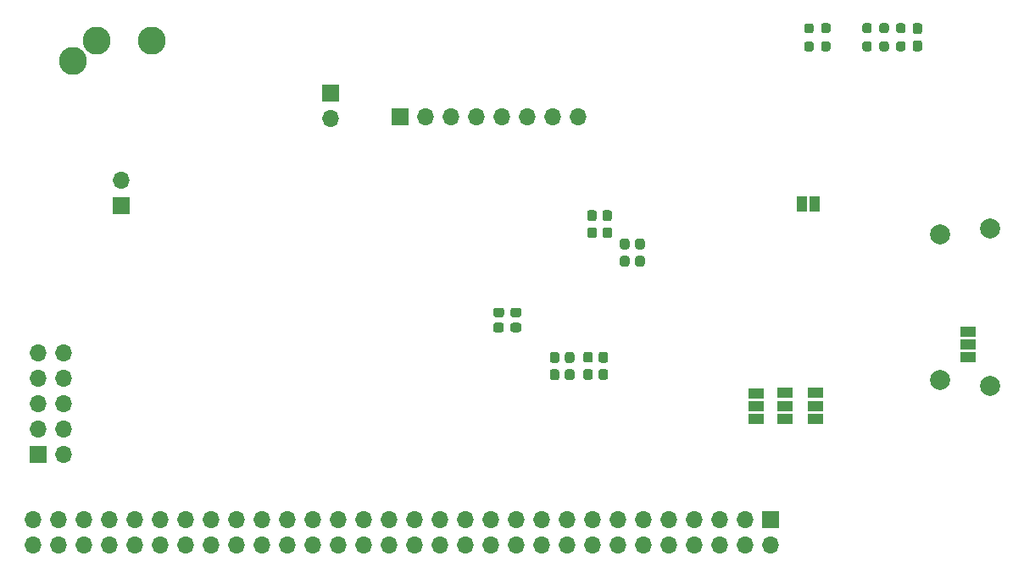
<source format=gbs>
G04 #@! TF.GenerationSoftware,KiCad,Pcbnew,(5.1.12)-1*
G04 #@! TF.CreationDate,2022-06-02T09:48:45-07:00*
G04 #@! TF.ProjectId,vera-module-rev4,76657261-2d6d-46f6-9475-6c652d726576,rev?*
G04 #@! TF.SameCoordinates,Original*
G04 #@! TF.FileFunction,Soldermask,Bot*
G04 #@! TF.FilePolarity,Negative*
%FSLAX46Y46*%
G04 Gerber Fmt 4.6, Leading zero omitted, Abs format (unit mm)*
G04 Created by KiCad (PCBNEW (5.1.12)-1) date 2022-06-02 09:48:45*
%MOMM*%
%LPD*%
G01*
G04 APERTURE LIST*
%ADD10C,2.800000*%
%ADD11R,1.500000X1.000000*%
%ADD12O,1.700000X1.700000*%
%ADD13R,1.700000X1.700000*%
%ADD14C,2.000000*%
%ADD15R,1.000000X1.500000*%
G04 APERTURE END LIST*
D10*
X113678300Y-105442000D03*
X108178300Y-105442000D03*
X105778300Y-107442000D03*
D11*
X195211700Y-135813800D03*
X195211700Y-134513800D03*
X195211700Y-137113800D03*
D12*
X101790500Y-155867100D03*
X101790500Y-153327100D03*
X104330500Y-155867100D03*
X104330500Y-153327100D03*
X106870500Y-155867100D03*
X106870500Y-153327100D03*
X109410500Y-155867100D03*
X109410500Y-153327100D03*
X111950500Y-155867100D03*
X111950500Y-153327100D03*
X114490500Y-155867100D03*
X114490500Y-153327100D03*
X117030500Y-155867100D03*
X117030500Y-153327100D03*
X119570500Y-155867100D03*
X119570500Y-153327100D03*
X122110500Y-155867100D03*
X122110500Y-153327100D03*
X124650500Y-155867100D03*
X124650500Y-153327100D03*
X127190500Y-155867100D03*
X127190500Y-153327100D03*
X129730500Y-155867100D03*
X129730500Y-153327100D03*
X132270500Y-155867100D03*
X132270500Y-153327100D03*
X134810500Y-155867100D03*
X134810500Y-153327100D03*
X137350500Y-155867100D03*
X137350500Y-153327100D03*
X139890500Y-155867100D03*
X139890500Y-153327100D03*
X142430500Y-155867100D03*
X142430500Y-153327100D03*
X144970500Y-155867100D03*
X144970500Y-153327100D03*
X147510500Y-155867100D03*
X147510500Y-153327100D03*
X150050500Y-155867100D03*
X150050500Y-153327100D03*
X152590500Y-155867100D03*
X152590500Y-153327100D03*
X155130500Y-155867100D03*
X155130500Y-153327100D03*
X157670500Y-155867100D03*
X157670500Y-153327100D03*
X160210500Y-155867100D03*
X160210500Y-153327100D03*
X162750500Y-155867100D03*
X162750500Y-153327100D03*
X165290500Y-155867100D03*
X165290500Y-153327100D03*
X167830500Y-155867100D03*
X167830500Y-153327100D03*
X170370500Y-155867100D03*
X170370500Y-153327100D03*
X172910500Y-155867100D03*
X172910500Y-153327100D03*
X175450500Y-155867100D03*
D13*
X175450500Y-153327100D03*
D12*
X156210000Y-113042700D03*
X153670000Y-113042700D03*
X151130000Y-113042700D03*
X148590000Y-113042700D03*
X146050000Y-113042700D03*
X143510000Y-113042700D03*
X140970000Y-113042700D03*
D13*
X138430000Y-113042700D03*
D12*
X110578900Y-119367300D03*
D13*
X110578900Y-121907300D03*
D14*
X197387800Y-139930000D03*
X197387800Y-124230000D03*
X192437800Y-139330000D03*
X192437800Y-124830000D03*
G36*
G01*
X180750200Y-105490200D02*
X181225200Y-105490200D01*
G75*
G02*
X181462700Y-105727700I0J-237500D01*
G01*
X181462700Y-106227700D01*
G75*
G02*
X181225200Y-106465200I-237500J0D01*
G01*
X180750200Y-106465200D01*
G75*
G02*
X180512700Y-106227700I0J237500D01*
G01*
X180512700Y-105727700D01*
G75*
G02*
X180750200Y-105490200I237500J0D01*
G01*
G37*
G36*
G01*
X180750200Y-103665200D02*
X181225200Y-103665200D01*
G75*
G02*
X181462700Y-103902700I0J-237500D01*
G01*
X181462700Y-104402700D01*
G75*
G02*
X181225200Y-104640200I-237500J0D01*
G01*
X180750200Y-104640200D01*
G75*
G02*
X180512700Y-104402700I0J237500D01*
G01*
X180512700Y-103902700D01*
G75*
G02*
X180750200Y-103665200I237500J0D01*
G01*
G37*
G36*
G01*
X188230500Y-105492100D02*
X188705500Y-105492100D01*
G75*
G02*
X188943000Y-105729600I0J-237500D01*
G01*
X188943000Y-106229600D01*
G75*
G02*
X188705500Y-106467100I-237500J0D01*
G01*
X188230500Y-106467100D01*
G75*
G02*
X187993000Y-106229600I0J237500D01*
G01*
X187993000Y-105729600D01*
G75*
G02*
X188230500Y-105492100I237500J0D01*
G01*
G37*
G36*
G01*
X188230500Y-103667100D02*
X188705500Y-103667100D01*
G75*
G02*
X188943000Y-103904600I0J-237500D01*
G01*
X188943000Y-104404600D01*
G75*
G02*
X188705500Y-104642100I-237500J0D01*
G01*
X188230500Y-104642100D01*
G75*
G02*
X187993000Y-104404600I0J237500D01*
G01*
X187993000Y-103904600D01*
G75*
G02*
X188230500Y-103667100I237500J0D01*
G01*
G37*
G36*
G01*
X179061100Y-105515600D02*
X179536100Y-105515600D01*
G75*
G02*
X179773600Y-105753100I0J-237500D01*
G01*
X179773600Y-106253100D01*
G75*
G02*
X179536100Y-106490600I-237500J0D01*
G01*
X179061100Y-106490600D01*
G75*
G02*
X178823600Y-106253100I0J237500D01*
G01*
X178823600Y-105753100D01*
G75*
G02*
X179061100Y-105515600I237500J0D01*
G01*
G37*
G36*
G01*
X179061100Y-103690600D02*
X179536100Y-103690600D01*
G75*
G02*
X179773600Y-103928100I0J-237500D01*
G01*
X179773600Y-104428100D01*
G75*
G02*
X179536100Y-104665600I-237500J0D01*
G01*
X179061100Y-104665600D01*
G75*
G02*
X178823600Y-104428100I0J237500D01*
G01*
X178823600Y-103928100D01*
G75*
G02*
X179061100Y-103690600I237500J0D01*
G01*
G37*
G36*
G01*
X184865000Y-105490200D02*
X185340000Y-105490200D01*
G75*
G02*
X185577500Y-105727700I0J-237500D01*
G01*
X185577500Y-106227700D01*
G75*
G02*
X185340000Y-106465200I-237500J0D01*
G01*
X184865000Y-106465200D01*
G75*
G02*
X184627500Y-106227700I0J237500D01*
G01*
X184627500Y-105727700D01*
G75*
G02*
X184865000Y-105490200I237500J0D01*
G01*
G37*
G36*
G01*
X184865000Y-103665200D02*
X185340000Y-103665200D01*
G75*
G02*
X185577500Y-103902700I0J-237500D01*
G01*
X185577500Y-104402700D01*
G75*
G02*
X185340000Y-104640200I-237500J0D01*
G01*
X184865000Y-104640200D01*
G75*
G02*
X184627500Y-104402700I0J237500D01*
G01*
X184627500Y-103902700D01*
G75*
G02*
X184865000Y-103665200I237500J0D01*
G01*
G37*
G36*
G01*
X186566800Y-105490200D02*
X187041800Y-105490200D01*
G75*
G02*
X187279300Y-105727700I0J-237500D01*
G01*
X187279300Y-106227700D01*
G75*
G02*
X187041800Y-106465200I-237500J0D01*
G01*
X186566800Y-106465200D01*
G75*
G02*
X186329300Y-106227700I0J237500D01*
G01*
X186329300Y-105727700D01*
G75*
G02*
X186566800Y-105490200I237500J0D01*
G01*
G37*
G36*
G01*
X186566800Y-103665200D02*
X187041800Y-103665200D01*
G75*
G02*
X187279300Y-103902700I0J-237500D01*
G01*
X187279300Y-104402700D01*
G75*
G02*
X187041800Y-104640200I-237500J0D01*
G01*
X186566800Y-104640200D01*
G75*
G02*
X186329300Y-104402700I0J237500D01*
G01*
X186329300Y-103902700D01*
G75*
G02*
X186566800Y-103665200I237500J0D01*
G01*
G37*
G36*
G01*
X189894200Y-105392100D02*
X190369200Y-105392100D01*
G75*
G02*
X190606700Y-105629600I0J-237500D01*
G01*
X190606700Y-106229600D01*
G75*
G02*
X190369200Y-106467100I-237500J0D01*
G01*
X189894200Y-106467100D01*
G75*
G02*
X189656700Y-106229600I0J237500D01*
G01*
X189656700Y-105629600D01*
G75*
G02*
X189894200Y-105392100I237500J0D01*
G01*
G37*
G36*
G01*
X189894200Y-103667100D02*
X190369200Y-103667100D01*
G75*
G02*
X190606700Y-103904600I0J-237500D01*
G01*
X190606700Y-104504600D01*
G75*
G02*
X190369200Y-104742100I-237500J0D01*
G01*
X189894200Y-104742100D01*
G75*
G02*
X189656700Y-104504600I0J237500D01*
G01*
X189656700Y-103904600D01*
G75*
G02*
X189894200Y-103667100I237500J0D01*
G01*
G37*
G36*
G01*
X155159700Y-138296700D02*
X155634700Y-138296700D01*
G75*
G02*
X155872200Y-138534200I0J-237500D01*
G01*
X155872200Y-139134200D01*
G75*
G02*
X155634700Y-139371700I-237500J0D01*
G01*
X155159700Y-139371700D01*
G75*
G02*
X154922200Y-139134200I0J237500D01*
G01*
X154922200Y-138534200D01*
G75*
G02*
X155159700Y-138296700I237500J0D01*
G01*
G37*
G36*
G01*
X155159700Y-136571700D02*
X155634700Y-136571700D01*
G75*
G02*
X155872200Y-136809200I0J-237500D01*
G01*
X155872200Y-137409200D01*
G75*
G02*
X155634700Y-137646700I-237500J0D01*
G01*
X155159700Y-137646700D01*
G75*
G02*
X154922200Y-137409200I0J237500D01*
G01*
X154922200Y-136809200D01*
G75*
G02*
X155159700Y-136571700I237500J0D01*
G01*
G37*
G36*
G01*
X153648400Y-138296700D02*
X154123400Y-138296700D01*
G75*
G02*
X154360900Y-138534200I0J-237500D01*
G01*
X154360900Y-139134200D01*
G75*
G02*
X154123400Y-139371700I-237500J0D01*
G01*
X153648400Y-139371700D01*
G75*
G02*
X153410900Y-139134200I0J237500D01*
G01*
X153410900Y-138534200D01*
G75*
G02*
X153648400Y-138296700I237500J0D01*
G01*
G37*
G36*
G01*
X153648400Y-136571700D02*
X154123400Y-136571700D01*
G75*
G02*
X154360900Y-136809200I0J-237500D01*
G01*
X154360900Y-137409200D01*
G75*
G02*
X154123400Y-137646700I-237500J0D01*
G01*
X153648400Y-137646700D01*
G75*
G02*
X153410900Y-137409200I0J237500D01*
G01*
X153410900Y-136809200D01*
G75*
G02*
X153648400Y-136571700I237500J0D01*
G01*
G37*
G36*
G01*
X157001200Y-138271300D02*
X157476200Y-138271300D01*
G75*
G02*
X157713700Y-138508800I0J-237500D01*
G01*
X157713700Y-139108800D01*
G75*
G02*
X157476200Y-139346300I-237500J0D01*
G01*
X157001200Y-139346300D01*
G75*
G02*
X156763700Y-139108800I0J237500D01*
G01*
X156763700Y-138508800D01*
G75*
G02*
X157001200Y-138271300I237500J0D01*
G01*
G37*
G36*
G01*
X157001200Y-136546300D02*
X157476200Y-136546300D01*
G75*
G02*
X157713700Y-136783800I0J-237500D01*
G01*
X157713700Y-137383800D01*
G75*
G02*
X157476200Y-137621300I-237500J0D01*
G01*
X157001200Y-137621300D01*
G75*
G02*
X156763700Y-137383800I0J237500D01*
G01*
X156763700Y-136783800D01*
G75*
G02*
X157001200Y-136546300I237500J0D01*
G01*
G37*
G36*
G01*
X158525200Y-138273500D02*
X159000200Y-138273500D01*
G75*
G02*
X159237700Y-138511000I0J-237500D01*
G01*
X159237700Y-139111000D01*
G75*
G02*
X159000200Y-139348500I-237500J0D01*
G01*
X158525200Y-139348500D01*
G75*
G02*
X158287700Y-139111000I0J237500D01*
G01*
X158287700Y-138511000D01*
G75*
G02*
X158525200Y-138273500I237500J0D01*
G01*
G37*
G36*
G01*
X158525200Y-136548500D02*
X159000200Y-136548500D01*
G75*
G02*
X159237700Y-136786000I0J-237500D01*
G01*
X159237700Y-137386000D01*
G75*
G02*
X159000200Y-137623500I-237500J0D01*
G01*
X158525200Y-137623500D01*
G75*
G02*
X158287700Y-137386000I0J237500D01*
G01*
X158287700Y-136786000D01*
G75*
G02*
X158525200Y-136548500I237500J0D01*
G01*
G37*
G36*
G01*
X148837600Y-133874500D02*
X148837600Y-134349500D01*
G75*
G02*
X148600100Y-134587000I-237500J0D01*
G01*
X148000100Y-134587000D01*
G75*
G02*
X147762600Y-134349500I0J237500D01*
G01*
X147762600Y-133874500D01*
G75*
G02*
X148000100Y-133637000I237500J0D01*
G01*
X148600100Y-133637000D01*
G75*
G02*
X148837600Y-133874500I0J-237500D01*
G01*
G37*
G36*
G01*
X150562600Y-133874500D02*
X150562600Y-134349500D01*
G75*
G02*
X150325100Y-134587000I-237500J0D01*
G01*
X149725100Y-134587000D01*
G75*
G02*
X149487600Y-134349500I0J237500D01*
G01*
X149487600Y-133874500D01*
G75*
G02*
X149725100Y-133637000I237500J0D01*
G01*
X150325100Y-133637000D01*
G75*
G02*
X150562600Y-133874500I0J-237500D01*
G01*
G37*
G36*
G01*
X148850300Y-132375900D02*
X148850300Y-132850900D01*
G75*
G02*
X148612800Y-133088400I-237500J0D01*
G01*
X148012800Y-133088400D01*
G75*
G02*
X147775300Y-132850900I0J237500D01*
G01*
X147775300Y-132375900D01*
G75*
G02*
X148012800Y-132138400I237500J0D01*
G01*
X148612800Y-132138400D01*
G75*
G02*
X148850300Y-132375900I0J-237500D01*
G01*
G37*
G36*
G01*
X150575300Y-132375900D02*
X150575300Y-132850900D01*
G75*
G02*
X150337800Y-133088400I-237500J0D01*
G01*
X149737800Y-133088400D01*
G75*
G02*
X149500300Y-132850900I0J237500D01*
G01*
X149500300Y-132375900D01*
G75*
G02*
X149737800Y-132138400I237500J0D01*
G01*
X150337800Y-132138400D01*
G75*
G02*
X150575300Y-132375900I0J-237500D01*
G01*
G37*
G36*
G01*
X159393900Y-123450300D02*
X158918900Y-123450300D01*
G75*
G02*
X158681400Y-123212800I0J237500D01*
G01*
X158681400Y-122612800D01*
G75*
G02*
X158918900Y-122375300I237500J0D01*
G01*
X159393900Y-122375300D01*
G75*
G02*
X159631400Y-122612800I0J-237500D01*
G01*
X159631400Y-123212800D01*
G75*
G02*
X159393900Y-123450300I-237500J0D01*
G01*
G37*
G36*
G01*
X159393900Y-125175300D02*
X158918900Y-125175300D01*
G75*
G02*
X158681400Y-124937800I0J237500D01*
G01*
X158681400Y-124337800D01*
G75*
G02*
X158918900Y-124100300I237500J0D01*
G01*
X159393900Y-124100300D01*
G75*
G02*
X159631400Y-124337800I0J-237500D01*
G01*
X159631400Y-124937800D01*
G75*
G02*
X159393900Y-125175300I-237500J0D01*
G01*
G37*
G36*
G01*
X157869900Y-123449200D02*
X157394900Y-123449200D01*
G75*
G02*
X157157400Y-123211700I0J237500D01*
G01*
X157157400Y-122611700D01*
G75*
G02*
X157394900Y-122374200I237500J0D01*
G01*
X157869900Y-122374200D01*
G75*
G02*
X158107400Y-122611700I0J-237500D01*
G01*
X158107400Y-123211700D01*
G75*
G02*
X157869900Y-123449200I-237500J0D01*
G01*
G37*
G36*
G01*
X157869900Y-125174200D02*
X157394900Y-125174200D01*
G75*
G02*
X157157400Y-124936700I0J237500D01*
G01*
X157157400Y-124336700D01*
G75*
G02*
X157394900Y-124099200I237500J0D01*
G01*
X157869900Y-124099200D01*
G75*
G02*
X158107400Y-124336700I0J-237500D01*
G01*
X158107400Y-124936700D01*
G75*
G02*
X157869900Y-125174200I-237500J0D01*
G01*
G37*
G36*
G01*
X162657800Y-126282400D02*
X162182800Y-126282400D01*
G75*
G02*
X161945300Y-126044900I0J237500D01*
G01*
X161945300Y-125444900D01*
G75*
G02*
X162182800Y-125207400I237500J0D01*
G01*
X162657800Y-125207400D01*
G75*
G02*
X162895300Y-125444900I0J-237500D01*
G01*
X162895300Y-126044900D01*
G75*
G02*
X162657800Y-126282400I-237500J0D01*
G01*
G37*
G36*
G01*
X162657800Y-128007400D02*
X162182800Y-128007400D01*
G75*
G02*
X161945300Y-127769900I0J237500D01*
G01*
X161945300Y-127169900D01*
G75*
G02*
X162182800Y-126932400I237500J0D01*
G01*
X162657800Y-126932400D01*
G75*
G02*
X162895300Y-127169900I0J-237500D01*
G01*
X162895300Y-127769900D01*
G75*
G02*
X162657800Y-128007400I-237500J0D01*
G01*
G37*
G36*
G01*
X161133800Y-126282400D02*
X160658800Y-126282400D01*
G75*
G02*
X160421300Y-126044900I0J237500D01*
G01*
X160421300Y-125444900D01*
G75*
G02*
X160658800Y-125207400I237500J0D01*
G01*
X161133800Y-125207400D01*
G75*
G02*
X161371300Y-125444900I0J-237500D01*
G01*
X161371300Y-126044900D01*
G75*
G02*
X161133800Y-126282400I-237500J0D01*
G01*
G37*
G36*
G01*
X161133800Y-128007400D02*
X160658800Y-128007400D01*
G75*
G02*
X160421300Y-127769900I0J237500D01*
G01*
X160421300Y-127169900D01*
G75*
G02*
X160658800Y-126932400I237500J0D01*
G01*
X161133800Y-126932400D01*
G75*
G02*
X161371300Y-127169900I0J-237500D01*
G01*
X161371300Y-127769900D01*
G75*
G02*
X161133800Y-128007400I-237500J0D01*
G01*
G37*
D15*
X179857400Y-121767600D03*
X178557400Y-121767600D03*
D12*
X104876600Y-136690100D03*
X102336600Y-136690100D03*
X104876600Y-139230100D03*
X102336600Y-139230100D03*
X104876600Y-141770100D03*
X102336600Y-141770100D03*
X104876600Y-144310100D03*
X102336600Y-144310100D03*
X104876600Y-146850100D03*
D13*
X102336600Y-146850100D03*
D11*
X173990000Y-140677900D03*
X173990000Y-141977900D03*
X173990000Y-143277900D03*
X176898300Y-140660600D03*
X176898300Y-141960600D03*
X176898300Y-143260600D03*
X179946300Y-140665200D03*
X179946300Y-141965200D03*
X179946300Y-143265200D03*
D12*
X131483100Y-113182400D03*
D13*
X131483100Y-110642400D03*
M02*

</source>
